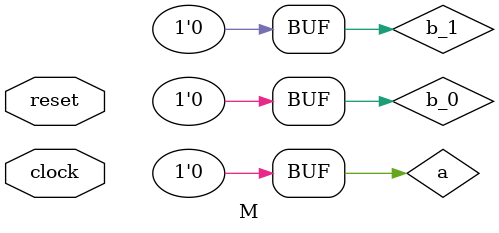
<source format=v>
module M(
  input   clock,
  input   reset
);
  wire  a = 1'h0;
  wire  b_0 = 1'h0;
  wire  b_1 = 1'h0;
endmodule

</source>
